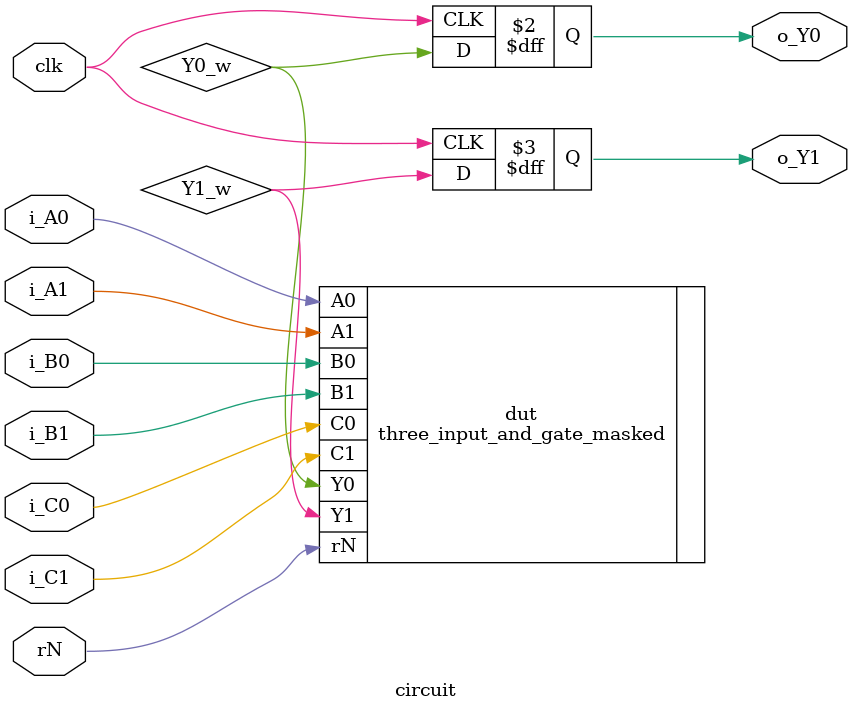
<source format=v>
module circuit (
    input  wire clk,

    input  wire i_A0,
    input  wire i_A1,
    input  wire i_B0,
    input  wire i_B1,
    input  wire i_C0,
    input  wire i_C1,
    input  wire rN,

    output reg  o_Y0,
    output reg  o_Y1
);

    wire Y0_w, Y1_w;

    three_input_and_gate_masked dut (
        .A0(i_A0),
        .A1(i_A1),
        .B0(i_B0),
        .B1(i_B1),
        .C0(i_C0),
        .C1(i_C1),
        .rN(rN),
        .Y0(Y0_w),
        .Y1(Y1_w)
    );

    always @(posedge clk) begin
        o_Y0 <= Y0_w;
        o_Y1 <= Y1_w;
    end

endmodule

</source>
